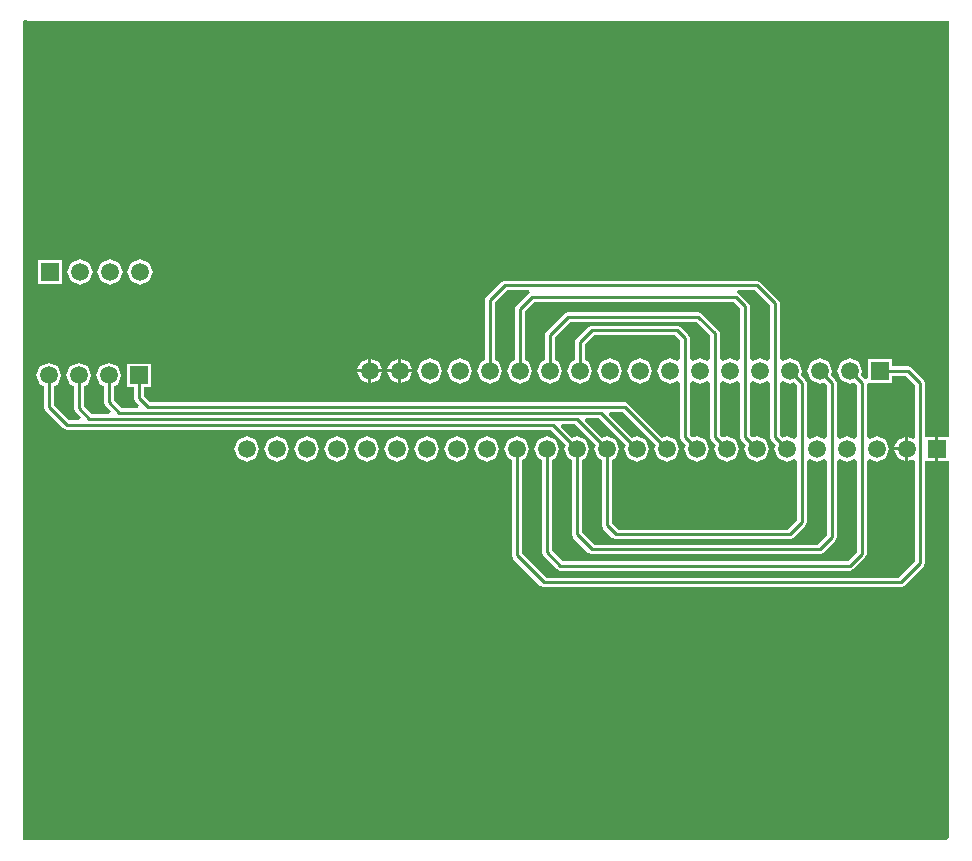
<source format=gtl>
G04 Layer_Physical_Order=1*
G04 Layer_Color=255*
%FSLAX43Y43*%
%MOMM*%
G71*
G01*
G75*
%ADD10C,0.254*%
%ADD11C,1.500*%
%ADD12R,1.500X1.500*%
G36*
X39751Y121793D02*
X117729D01*
Y86851D01*
X117717Y86602D01*
X117475Y86602D01*
X116840D01*
Y85598D01*
Y84594D01*
X117475D01*
X117717Y84594D01*
X117729Y84345D01*
Y52705D01*
X117475Y52451D01*
X39370D01*
Y121793D01*
X39497Y121920D01*
X39624D01*
X39751Y121793D01*
D02*
G37*
%LPC*%
G36*
X114046Y85471D02*
X113139D01*
X113405Y84830D01*
X114046Y84564D01*
Y85471D01*
D02*
G37*
G36*
X78613Y86685D02*
X77845Y86366D01*
X77526Y85598D01*
X77845Y84830D01*
X78613Y84511D01*
X79381Y84830D01*
X79700Y85598D01*
X79381Y86366D01*
X78613Y86685D01*
D02*
G37*
G36*
X76073D02*
X75305Y86366D01*
X74986Y85598D01*
X75305Y84830D01*
X76073Y84511D01*
X76841Y84830D01*
X77160Y85598D01*
X76841Y86366D01*
X76073Y86685D01*
D02*
G37*
G36*
X114046Y86632D02*
X113405Y86366D01*
X113139Y85725D01*
X114046D01*
Y86632D01*
D02*
G37*
G36*
X89027Y93289D02*
X88259Y92970D01*
X87940Y92202D01*
X88259Y91434D01*
X89027Y91115D01*
X89795Y91434D01*
X90114Y92202D01*
X89795Y92970D01*
X89027Y93289D01*
D02*
G37*
G36*
X76327D02*
X75559Y92970D01*
X75240Y92202D01*
X75559Y91434D01*
X76327Y91115D01*
X77095Y91434D01*
X77414Y92202D01*
X77095Y92970D01*
X76327Y93289D01*
D02*
G37*
G36*
X73787D02*
X73019Y92970D01*
X72700Y92202D01*
X73019Y91434D01*
X73787Y91115D01*
X74555Y91434D01*
X74874Y92202D01*
X74555Y92970D01*
X73787Y93289D01*
D02*
G37*
G36*
X63373Y86685D02*
X62605Y86366D01*
X62286Y85598D01*
X62605Y84830D01*
X63373Y84511D01*
X64141Y84830D01*
X64460Y85598D01*
X64141Y86366D01*
X63373Y86685D01*
D02*
G37*
G36*
X60833D02*
X60065Y86366D01*
X59746Y85598D01*
X60065Y84830D01*
X60833Y84511D01*
X61601Y84830D01*
X61920Y85598D01*
X61601Y86366D01*
X60833Y86685D01*
D02*
G37*
G36*
X58293D02*
X57525Y86366D01*
X57206Y85598D01*
X57525Y84830D01*
X58293Y84511D01*
X59061Y84830D01*
X59380Y85598D01*
X59061Y86366D01*
X58293Y86685D01*
D02*
G37*
G36*
X65913D02*
X65145Y86366D01*
X64826Y85598D01*
X65145Y84830D01*
X65913Y84511D01*
X66681Y84830D01*
X67000Y85598D01*
X66681Y86366D01*
X65913Y86685D01*
D02*
G37*
G36*
X73533D02*
X72765Y86366D01*
X72446Y85598D01*
X72765Y84830D01*
X73533Y84511D01*
X74301Y84830D01*
X74620Y85598D01*
X74301Y86366D01*
X73533Y86685D01*
D02*
G37*
G36*
X70993D02*
X70225Y86366D01*
X69906Y85598D01*
X70225Y84830D01*
X70993Y84511D01*
X71761Y84830D01*
X72080Y85598D01*
X71761Y86366D01*
X70993Y86685D01*
D02*
G37*
G36*
X68453D02*
X67685Y86366D01*
X67366Y85598D01*
X67685Y84830D01*
X68453Y84511D01*
X69221Y84830D01*
X69540Y85598D01*
X69221Y86366D01*
X68453Y86685D01*
D02*
G37*
G36*
X101473Y99853D02*
X80137D01*
X79845Y99733D01*
X78575Y98463D01*
X78455Y98171D01*
Y93118D01*
X78099Y92970D01*
X77780Y92202D01*
X78099Y91434D01*
X78867Y91115D01*
X79635Y91434D01*
X79954Y92202D01*
X79635Y92970D01*
X79279Y93118D01*
Y98000D01*
X80308Y99029D01*
X82221D01*
X82271Y98775D01*
X82131Y98717D01*
X81115Y97701D01*
X80995Y97409D01*
Y93118D01*
X80639Y92970D01*
X80320Y92202D01*
X80639Y91434D01*
X81407Y91115D01*
X82175Y91434D01*
X82494Y92202D01*
X82175Y92970D01*
X81819Y93118D01*
Y97238D01*
X82594Y98013D01*
X99524D01*
X100045Y97492D01*
Y93208D01*
X99791Y93039D01*
X99187Y93289D01*
X98583Y93039D01*
X98329Y93208D01*
Y95377D01*
X98209Y95669D01*
X96812Y97066D01*
X96520Y97186D01*
X85471D01*
X85179Y97066D01*
X83655Y95542D01*
X83535Y95250D01*
Y93118D01*
X83179Y92970D01*
X82860Y92202D01*
X83179Y91434D01*
X83947Y91115D01*
X84715Y91434D01*
X85034Y92202D01*
X84715Y92970D01*
X84359Y93118D01*
Y95079D01*
X85642Y96362D01*
X96349D01*
X97505Y95206D01*
Y93208D01*
X97251Y93039D01*
X96647Y93289D01*
X96043Y93039D01*
X95789Y93208D01*
Y94996D01*
X95669Y95288D01*
X95034Y95923D01*
X94742Y96043D01*
X87503D01*
X87211Y95923D01*
X86195Y94907D01*
X86075Y94615D01*
Y93118D01*
X85719Y92970D01*
X85400Y92202D01*
X85719Y91434D01*
X86487Y91115D01*
X87255Y91434D01*
X87574Y92202D01*
X87255Y92970D01*
X86899Y93118D01*
Y94444D01*
X87674Y95219D01*
X94571D01*
X94965Y94825D01*
Y93208D01*
X94711Y93039D01*
X94107Y93289D01*
X93339Y92970D01*
X93020Y92202D01*
X93339Y91434D01*
X94107Y91115D01*
X94711Y91365D01*
X94965Y91196D01*
Y86614D01*
X95085Y86322D01*
X95454Y85954D01*
X95306Y85598D01*
X95625Y84830D01*
X96393Y84511D01*
X97161Y84830D01*
X97480Y85598D01*
X97161Y86366D01*
X96393Y86685D01*
X96037Y86537D01*
X95789Y86785D01*
Y91196D01*
X96043Y91365D01*
X96647Y91115D01*
X97251Y91365D01*
X97505Y91196D01*
Y86614D01*
X97625Y86322D01*
X97994Y85954D01*
X97846Y85598D01*
X98165Y84830D01*
X98933Y84511D01*
X99701Y84830D01*
X100020Y85598D01*
X99701Y86366D01*
X98933Y86685D01*
X98577Y86537D01*
X98329Y86785D01*
Y91196D01*
X98583Y91365D01*
X99187Y91115D01*
X99791Y91365D01*
X100045Y91196D01*
Y86614D01*
X100165Y86322D01*
X100534Y85954D01*
X100386Y85598D01*
X100705Y84830D01*
X101473Y84511D01*
X102241Y84830D01*
X102560Y85598D01*
X102241Y86366D01*
X101473Y86685D01*
X101117Y86537D01*
X100869Y86785D01*
Y91196D01*
X101123Y91365D01*
X101727Y91115D01*
X102331Y91365D01*
X102585Y91196D01*
Y86614D01*
X102705Y86322D01*
X103074Y85954D01*
X102926Y85598D01*
X103245Y84830D01*
X104013Y84511D01*
X104617Y84761D01*
X104871Y84592D01*
Y79546D01*
X104096Y78771D01*
X89706D01*
X89185Y79292D01*
Y84682D01*
X89541Y84830D01*
X89860Y85598D01*
X89541Y86366D01*
X88773Y86685D01*
X88417Y86537D01*
X86955Y87999D01*
X87052Y88234D01*
X88094D01*
X90374Y85954D01*
X90226Y85598D01*
X90545Y84830D01*
X91313Y84511D01*
X92081Y84830D01*
X92400Y85598D01*
X92081Y86366D01*
X91313Y86685D01*
X90957Y86537D01*
X88987Y88507D01*
X89084Y88742D01*
X90126D01*
X92914Y85954D01*
X92766Y85598D01*
X93085Y84830D01*
X93853Y84511D01*
X94621Y84830D01*
X94940Y85598D01*
X94621Y86366D01*
X93853Y86685D01*
X93497Y86537D01*
X90589Y89446D01*
X90297Y89566D01*
X50082D01*
X49561Y90087D01*
Y90817D01*
X50153D01*
Y92825D01*
X48145D01*
Y90817D01*
X48737D01*
Y89916D01*
X48857Y89624D01*
X49189Y89293D01*
X49092Y89058D01*
X47669D01*
X47021Y89706D01*
Y90905D01*
X47377Y91053D01*
X47696Y91821D01*
X47377Y92589D01*
X46609Y92908D01*
X45841Y92589D01*
X45522Y91821D01*
X45841Y91053D01*
X46197Y90905D01*
Y89535D01*
X46317Y89243D01*
X46776Y88785D01*
X46679Y88550D01*
X45129D01*
X44481Y89198D01*
Y90905D01*
X44837Y91053D01*
X45156Y91821D01*
X44837Y92589D01*
X44069Y92908D01*
X43301Y92589D01*
X42982Y91821D01*
X43301Y91053D01*
X43657Y90905D01*
Y89027D01*
X43777Y88735D01*
X44236Y88277D01*
X44139Y88042D01*
X43224D01*
X41941Y89325D01*
Y90905D01*
X42297Y91053D01*
X42616Y91821D01*
X42297Y92589D01*
X41529Y92908D01*
X40761Y92589D01*
X40442Y91821D01*
X40761Y91053D01*
X41117Y90905D01*
Y89154D01*
X41237Y88862D01*
X42761Y87338D01*
X43053Y87218D01*
X84030D01*
X85294Y85954D01*
X85146Y85598D01*
X85465Y84830D01*
X85821Y84682D01*
Y78359D01*
X85941Y78067D01*
X87211Y76797D01*
X87503Y76677D01*
X106807D01*
X107099Y76797D01*
X108115Y77813D01*
X108235Y78105D01*
Y84592D01*
X108489Y84761D01*
X109093Y84511D01*
X109697Y84761D01*
X109951Y84592D01*
Y76879D01*
X109176Y76104D01*
X85007D01*
X84105Y77006D01*
Y84682D01*
X84461Y84830D01*
X84780Y85598D01*
X84461Y86366D01*
X83693Y86685D01*
X82925Y86366D01*
X82606Y85598D01*
X82925Y84830D01*
X83281Y84682D01*
Y76835D01*
X83401Y76543D01*
X84544Y75400D01*
X84836Y75280D01*
X109347D01*
X109639Y75400D01*
X110655Y76416D01*
X110775Y76708D01*
Y84592D01*
X111029Y84761D01*
X111633Y84511D01*
X112401Y84830D01*
X112720Y85598D01*
X112401Y86366D01*
X111633Y86685D01*
X111029Y86435D01*
X110775Y86604D01*
Y90989D01*
X110879Y91191D01*
X111024Y91198D01*
X112891D01*
Y91790D01*
X114129D01*
X114904Y91015D01*
Y86611D01*
X114692Y86470D01*
X114300Y86632D01*
Y85598D01*
Y84564D01*
X114692Y84726D01*
X114904Y84585D01*
Y76117D01*
X113494Y74707D01*
X83610D01*
X81565Y76752D01*
Y84682D01*
X81921Y84830D01*
X82240Y85598D01*
X81921Y86366D01*
X81153Y86685D01*
X80385Y86366D01*
X80066Y85598D01*
X80385Y84830D01*
X80741Y84682D01*
Y76581D01*
X80861Y76289D01*
X83147Y74003D01*
X83439Y73883D01*
X113665D01*
X113957Y74003D01*
X115608Y75654D01*
X115728Y75946D01*
Y84594D01*
X116586D01*
Y85598D01*
Y86602D01*
X115728D01*
Y91186D01*
X115608Y91478D01*
X114592Y92494D01*
X114300Y92614D01*
X112891D01*
Y93206D01*
X110883D01*
Y91581D01*
X110749Y91520D01*
X110629Y91503D01*
X110286Y91846D01*
X110434Y92202D01*
X110115Y92970D01*
X109347Y93289D01*
X108579Y92970D01*
X108260Y92202D01*
X108579Y91434D01*
X109347Y91115D01*
X109703Y91263D01*
X109951Y91015D01*
Y86604D01*
X109697Y86435D01*
X109093Y86685D01*
X108489Y86435D01*
X108235Y86604D01*
Y91186D01*
X108115Y91478D01*
X107746Y91846D01*
X107894Y92202D01*
X107575Y92970D01*
X106807Y93289D01*
X106039Y92970D01*
X105720Y92202D01*
X106039Y91434D01*
X106807Y91115D01*
X107163Y91263D01*
X107411Y91015D01*
Y86604D01*
X107157Y86435D01*
X106553Y86685D01*
X105949Y86435D01*
X105695Y86604D01*
Y91186D01*
X105575Y91478D01*
X105206Y91846D01*
X105354Y92202D01*
X105035Y92970D01*
X104267Y93289D01*
X103663Y93039D01*
X103409Y93208D01*
Y97917D01*
X103289Y98209D01*
X101765Y99733D01*
X101473Y99853D01*
D02*
G37*
G36*
X68834Y93236D02*
Y92329D01*
X69741D01*
X69475Y92970D01*
X68834Y93236D01*
D02*
G37*
G36*
X71374D02*
Y92329D01*
X72281D01*
X72015Y92970D01*
X71374Y93236D01*
D02*
G37*
G36*
X44196Y101671D02*
X43428Y101352D01*
X43109Y100584D01*
X43428Y99816D01*
X44196Y99497D01*
X44964Y99816D01*
X45283Y100584D01*
X44964Y101352D01*
X44196Y101671D01*
D02*
G37*
G36*
X42660Y101588D02*
X40652D01*
Y99580D01*
X42660D01*
Y101588D01*
D02*
G37*
G36*
X49276Y101671D02*
X48508Y101352D01*
X48189Y100584D01*
X48508Y99816D01*
X49276Y99497D01*
X50044Y99816D01*
X50363Y100584D01*
X50044Y101352D01*
X49276Y101671D01*
D02*
G37*
G36*
X46736D02*
X45968Y101352D01*
X45649Y100584D01*
X45968Y99816D01*
X46736Y99497D01*
X47504Y99816D01*
X47823Y100584D01*
X47504Y101352D01*
X46736Y101671D01*
D02*
G37*
G36*
X68580Y93236D02*
X67939Y92970D01*
X67673Y92329D01*
X68580D01*
Y93236D01*
D02*
G37*
G36*
X91567Y93289D02*
X90799Y92970D01*
X90480Y92202D01*
X90799Y91434D01*
X91567Y91115D01*
X92335Y91434D01*
X92654Y92202D01*
X92335Y92970D01*
X91567Y93289D01*
D02*
G37*
G36*
X71120Y92075D02*
X70213D01*
X70479Y91434D01*
X71120Y91168D01*
Y92075D01*
D02*
G37*
G36*
X68580D02*
X67673D01*
X67939Y91434D01*
X68580Y91168D01*
Y92075D01*
D02*
G37*
G36*
X72281D02*
X71374D01*
Y91168D01*
X72015Y91434D01*
X72281Y92075D01*
D02*
G37*
G36*
X71120Y93236D02*
X70479Y92970D01*
X70213Y92329D01*
X71120D01*
Y93236D01*
D02*
G37*
G36*
X69741Y92075D02*
X68834D01*
Y91168D01*
X69475Y91434D01*
X69741Y92075D01*
D02*
G37*
%LPD*%
G36*
X87834Y85954D02*
X87686Y85598D01*
X88005Y84830D01*
X88361Y84682D01*
Y79121D01*
X88481Y78829D01*
X89243Y78067D01*
X89535Y77947D01*
X104267D01*
X104559Y78067D01*
X105575Y79083D01*
X105695Y79375D01*
Y84592D01*
X105949Y84761D01*
X106553Y84511D01*
X107157Y84761D01*
X107411Y84592D01*
Y78276D01*
X106636Y77501D01*
X87674D01*
X86645Y78530D01*
Y84682D01*
X87001Y84830D01*
X87320Y85598D01*
X87001Y86366D01*
X86233Y86685D01*
X85877Y86537D01*
X84923Y87491D01*
X85020Y87726D01*
X86062D01*
X87834Y85954D01*
D02*
G37*
G36*
X102585Y97746D02*
Y93208D01*
X102331Y93039D01*
X101727Y93289D01*
X101123Y93039D01*
X100869Y93208D01*
Y97663D01*
X100749Y97955D01*
X99987Y98717D01*
X99847Y98775D01*
X99897Y99029D01*
X101302D01*
X102585Y97746D01*
D02*
G37*
G36*
X104267Y91115D02*
X104623Y91263D01*
X104871Y91015D01*
Y86604D01*
X104617Y86435D01*
X104013Y86685D01*
X103657Y86537D01*
X103409Y86785D01*
Y91196D01*
X103663Y91365D01*
X104267Y91115D01*
D02*
G37*
D10*
X49149Y89916D02*
Y91821D01*
Y89916D02*
X49911Y89154D01*
X90297D01*
X93853Y85598D01*
X46609Y89535D02*
Y91821D01*
Y89535D02*
X47498Y88646D01*
X88265D01*
X91313Y85598D01*
X44069Y89027D02*
Y91821D01*
Y89027D02*
X44958Y88138D01*
X86233D01*
X88773Y85598D01*
X41529Y89154D02*
Y91821D01*
Y89154D02*
X43053Y87630D01*
X84201D01*
X86233Y85598D01*
X83439Y74295D02*
X113665D01*
X115316Y75946D01*
Y91186D01*
X114300Y92202D02*
X115316Y91186D01*
X111887Y92202D02*
X114300D01*
X95377Y86614D02*
X96393Y85598D01*
X95377Y86614D02*
Y94996D01*
X94742Y95631D02*
X95377Y94996D01*
X87503Y95631D02*
X94742D01*
X86487Y94615D02*
X87503Y95631D01*
X86487Y92202D02*
Y94615D01*
X97917Y86614D02*
X98933Y85598D01*
X97917Y86614D02*
Y95377D01*
X96520Y96774D02*
X97917Y95377D01*
X85471Y96774D02*
X96520D01*
X83947Y95250D02*
X85471Y96774D01*
X83947Y92202D02*
Y95250D01*
X100457Y86614D02*
X101473Y85598D01*
X100457Y86614D02*
Y97663D01*
X99695Y98425D02*
X100457Y97663D01*
X82423Y98425D02*
X99695D01*
X81407Y97409D02*
X82423Y98425D01*
X81407Y92202D02*
Y97409D01*
X102997Y86614D02*
X104013Y85598D01*
X102997Y86614D02*
Y97917D01*
X101473Y99441D02*
X102997Y97917D01*
X80137Y99441D02*
X101473D01*
X78867Y98171D02*
X80137Y99441D01*
X78867Y92202D02*
Y98171D01*
X104267Y92202D02*
X105283Y91186D01*
Y79375D02*
Y91186D01*
X104267Y78359D02*
X105283Y79375D01*
X89535Y78359D02*
X104267D01*
X88773Y79121D02*
X89535Y78359D01*
X88773Y79121D02*
Y85598D01*
X106807Y92202D02*
X107823Y91186D01*
Y78105D02*
Y91186D01*
X106807Y77089D02*
X107823Y78105D01*
X87503Y77089D02*
X106807D01*
X86233Y78359D02*
X87503Y77089D01*
X86233Y78359D02*
Y85598D01*
X109347Y92202D02*
X110363Y91186D01*
Y76708D02*
Y91186D01*
X109347Y75692D02*
X110363Y76708D01*
X84836Y75692D02*
X109347D01*
X83693Y76835D02*
X84836Y75692D01*
X83693Y76835D02*
Y85598D01*
X81153Y76581D02*
X83439Y74295D01*
X81153Y76581D02*
Y85598D01*
D11*
X41529Y91821D02*
D03*
X44069D02*
D03*
X46609D02*
D03*
X49276Y100584D02*
D03*
X46736D02*
D03*
X44196D02*
D03*
X58293Y85598D02*
D03*
X60833D02*
D03*
X63373D02*
D03*
X65913D02*
D03*
X68453D02*
D03*
X70993D02*
D03*
X73533D02*
D03*
X76073D02*
D03*
X78613D02*
D03*
X81153D02*
D03*
X83693D02*
D03*
X86233D02*
D03*
X88773D02*
D03*
X91313D02*
D03*
X93853D02*
D03*
X96393D02*
D03*
X98933D02*
D03*
X101473D02*
D03*
X104013D02*
D03*
X106553D02*
D03*
X109093D02*
D03*
X111633D02*
D03*
X114173D02*
D03*
X68707Y92202D02*
D03*
X71247D02*
D03*
X73787D02*
D03*
X76327D02*
D03*
X78867D02*
D03*
X81407D02*
D03*
X83947D02*
D03*
X86487D02*
D03*
X89027D02*
D03*
X91567D02*
D03*
X94107D02*
D03*
X96647D02*
D03*
X99187D02*
D03*
X101727D02*
D03*
X104267D02*
D03*
X106807D02*
D03*
X109347D02*
D03*
D12*
X49149Y91821D02*
D03*
X41656Y100584D02*
D03*
X116713Y85598D02*
D03*
X111887Y92202D02*
D03*
M02*

</source>
